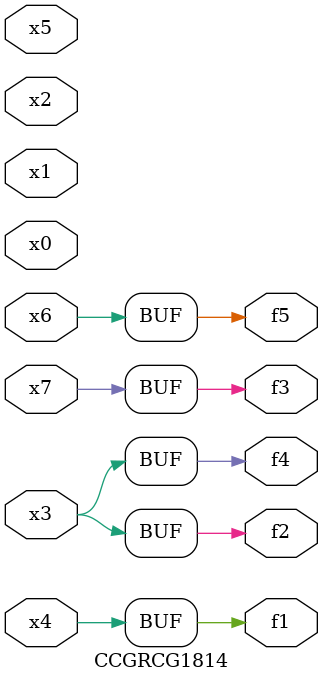
<source format=v>
module CCGRCG1814(
	input x0, x1, x2, x3, x4, x5, x6, x7,
	output f1, f2, f3, f4, f5
);
	assign f1 = x4;
	assign f2 = x3;
	assign f3 = x7;
	assign f4 = x3;
	assign f5 = x6;
endmodule

</source>
